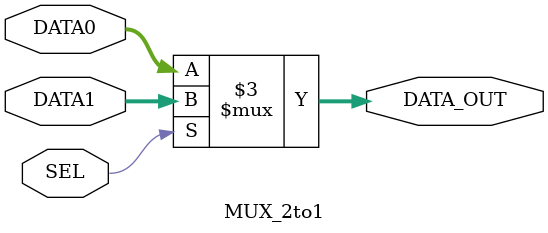
<source format=v>
module MUX_2to1 #(parameter WIDTH = 32) (
	input [WIDTH-1:0] DATA0, DATA1,
	input SEL,
	output reg [WIDTH-1:0] DATA_OUT	
);
	
	always @(*) begin
		if (SEL) begin
			DATA_OUT <= DATA1;
		end else begin
			DATA_OUT <= DATA0;
		end
	end
	
	
endmodule 
</source>
